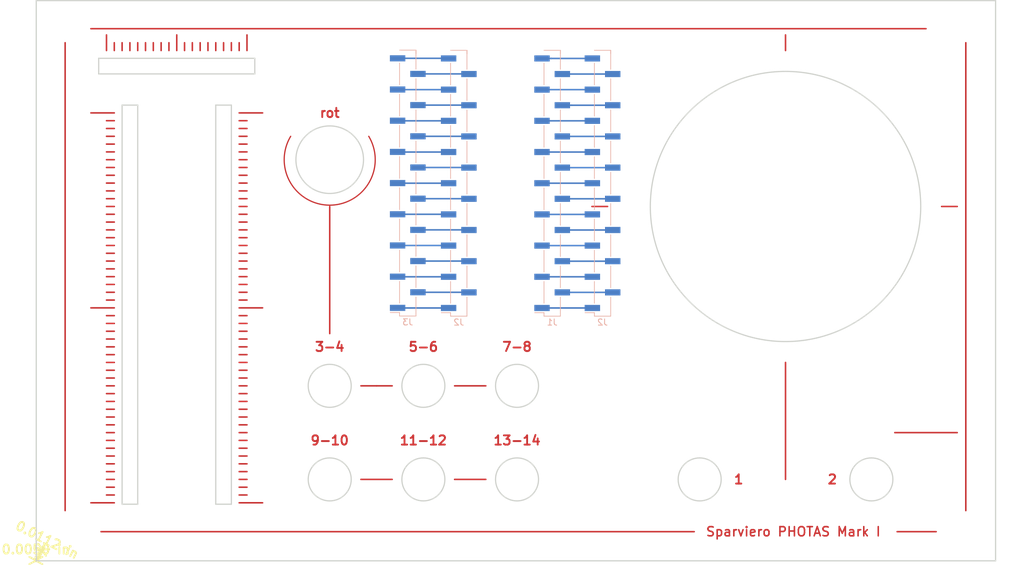
<source format=kicad_pcb>
(kicad_pcb (version 20171130) (host pcbnew 5.0.0-fee4fd1~66~ubuntu18.04.1)

  (general
    (thickness 1.6)
    (drawings 39)
    (tracks 193)
    (zones 0)
    (modules 8)
    (nets 1)
  )

  (page A4)
  (layers
    (0 F.Cu signal)
    (31 B.Cu signal)
    (32 B.Adhes user)
    (34 B.Paste user)
    (35 F.Paste user)
    (36 B.SilkS user)
    (38 B.Mask user)
    (39 F.Mask user)
    (40 Dwgs.User user)
    (41 Cmts.User user)
    (42 Eco1.User user)
    (43 Eco2.User user)
    (44 Edge.Cuts user)
    (45 Margin user)
    (46 B.CrtYd user)
    (47 F.CrtYd user)
    (48 B.Fab user)
    (49 F.Fab user)
  )

  (setup
    (last_trace_width 0.25)
    (trace_clearance 0.2)
    (zone_clearance 0.508)
    (zone_45_only no)
    (trace_min 0.2)
    (segment_width 0.2)
    (edge_width 0.2)
    (via_size 0.8)
    (via_drill 0.4)
    (via_min_size 0.4)
    (via_min_drill 0.3)
    (uvia_size 0.3)
    (uvia_drill 0.1)
    (uvias_allowed no)
    (uvia_min_size 0.2)
    (uvia_min_drill 0.1)
    (pcb_text_width 0.3)
    (pcb_text_size 1.5 1.5)
    (mod_edge_width 0.15)
    (mod_text_size 1 1)
    (mod_text_width 0.15)
    (pad_size 2.2 2.2)
    (pad_drill 2.2)
    (pad_to_mask_clearance 0.2)
    (aux_axis_origin 1.27 210.82)
    (visible_elements FFFFFF7F)
    (pcbplotparams
      (layerselection 0x010dc_ffffffff)
      (usegerberextensions false)
      (usegerberattributes false)
      (usegerberadvancedattributes false)
      (creategerberjobfile false)
      (excludeedgelayer false)
      (linewidth 0.100000)
      (plotframeref false)
      (viasonmask false)
      (mode 1)
      (useauxorigin false)
      (hpglpennumber 1)
      (hpglpenspeed 20)
      (hpglpendiameter 15.000000)
      (psnegative false)
      (psa4output false)
      (plotreference false)
      (plotvalue false)
      (plotinvisibletext false)
      (padsonsilk false)
      (subtractmaskfromsilk false)
      (outputformat 1)
      (mirror false)
      (drillshape 0)
      (scaleselection 1)
      (outputdirectory "gerber/"))
  )

  (net 0 "")

  (net_class Default "This is the default net class."
    (clearance 0.2)
    (trace_width 0.25)
    (via_dia 0.8)
    (via_drill 0.4)
    (uvia_dia 0.3)
    (uvia_drill 0.1)
  )

  (module Connector_PinHeader_2.54mm:PinHeader_1x17_P2.54mm_Vertical_SMD_Pin1Left (layer B.Cu) (tedit 5BA5531F) (tstamp 5BA624EA)
    (at 181.045 94)
    (descr "surface-mounted straight pin header, 1x17, 2.54mm pitch, single row, style 1 (pin 1 left)")
    (tags "Surface mounted pin header SMD 1x17 2.54mm single row style1 pin1 left")
    (attr smd)
    (fp_text reference J2 (at 0 22.65) (layer B.SilkS)
      (effects (font (size 1 1) (thickness 0.15)) (justify mirror))
    )
    (fp_text value PinHeader_1x17_P2.54mm_Vertical_SMD_Pin1Left (at 0 -22.65) (layer B.Fab)
      (effects (font (size 1 1) (thickness 0.15)) (justify mirror))
    )
    (fp_line (start 1.27 -21.59) (end -1.27 -21.59) (layer B.Fab) (width 0.1))
    (fp_line (start -0.32 21.59) (end 1.27 21.59) (layer B.Fab) (width 0.1))
    (fp_line (start -1.27 -21.59) (end -1.27 20.64) (layer B.Fab) (width 0.1))
    (fp_line (start -1.27 20.64) (end -0.32 21.59) (layer B.Fab) (width 0.1))
    (fp_line (start 1.27 21.59) (end 1.27 -21.59) (layer B.Fab) (width 0.1))
    (fp_line (start -1.27 20.64) (end -2.54 20.64) (layer B.Fab) (width 0.1))
    (fp_line (start -2.54 20.64) (end -2.54 20) (layer B.Fab) (width 0.1))
    (fp_line (start -2.54 20) (end -1.27 20) (layer B.Fab) (width 0.1))
    (fp_line (start -1.27 15.56) (end -2.54 15.56) (layer B.Fab) (width 0.1))
    (fp_line (start -2.54 15.56) (end -2.54 14.92) (layer B.Fab) (width 0.1))
    (fp_line (start -2.54 14.92) (end -1.27 14.92) (layer B.Fab) (width 0.1))
    (fp_line (start -1.27 10.48) (end -2.54 10.48) (layer B.Fab) (width 0.1))
    (fp_line (start -2.54 10.48) (end -2.54 9.84) (layer B.Fab) (width 0.1))
    (fp_line (start -2.54 9.84) (end -1.27 9.84) (layer B.Fab) (width 0.1))
    (fp_line (start -1.27 5.4) (end -2.54 5.4) (layer B.Fab) (width 0.1))
    (fp_line (start -2.54 5.4) (end -2.54 4.76) (layer B.Fab) (width 0.1))
    (fp_line (start -2.54 4.76) (end -1.27 4.76) (layer B.Fab) (width 0.1))
    (fp_line (start -1.27 0.32) (end -2.54 0.32) (layer B.Fab) (width 0.1))
    (fp_line (start -2.54 0.32) (end -2.54 -0.32) (layer B.Fab) (width 0.1))
    (fp_line (start -2.54 -0.32) (end -1.27 -0.32) (layer B.Fab) (width 0.1))
    (fp_line (start -1.27 -4.76) (end -2.54 -4.76) (layer B.Fab) (width 0.1))
    (fp_line (start -2.54 -4.76) (end -2.54 -5.4) (layer B.Fab) (width 0.1))
    (fp_line (start -2.54 -5.4) (end -1.27 -5.4) (layer B.Fab) (width 0.1))
    (fp_line (start -1.27 -9.84) (end -2.54 -9.84) (layer B.Fab) (width 0.1))
    (fp_line (start -2.54 -9.84) (end -2.54 -10.48) (layer B.Fab) (width 0.1))
    (fp_line (start -2.54 -10.48) (end -1.27 -10.48) (layer B.Fab) (width 0.1))
    (fp_line (start -1.27 -14.92) (end -2.54 -14.92) (layer B.Fab) (width 0.1))
    (fp_line (start -2.54 -14.92) (end -2.54 -15.56) (layer B.Fab) (width 0.1))
    (fp_line (start -2.54 -15.56) (end -1.27 -15.56) (layer B.Fab) (width 0.1))
    (fp_line (start -1.27 -20) (end -2.54 -20) (layer B.Fab) (width 0.1))
    (fp_line (start -2.54 -20) (end -2.54 -20.64) (layer B.Fab) (width 0.1))
    (fp_line (start -2.54 -20.64) (end -1.27 -20.64) (layer B.Fab) (width 0.1))
    (fp_line (start 1.27 18.1) (end 2.54 18.1) (layer B.Fab) (width 0.1))
    (fp_line (start 2.54 18.1) (end 2.54 17.46) (layer B.Fab) (width 0.1))
    (fp_line (start 2.54 17.46) (end 1.27 17.46) (layer B.Fab) (width 0.1))
    (fp_line (start 1.27 13.02) (end 2.54 13.02) (layer B.Fab) (width 0.1))
    (fp_line (start 2.54 13.02) (end 2.54 12.38) (layer B.Fab) (width 0.1))
    (fp_line (start 2.54 12.38) (end 1.27 12.38) (layer B.Fab) (width 0.1))
    (fp_line (start 1.27 7.94) (end 2.54 7.94) (layer B.Fab) (width 0.1))
    (fp_line (start 2.54 7.94) (end 2.54 7.3) (layer B.Fab) (width 0.1))
    (fp_line (start 2.54 7.3) (end 1.27 7.3) (layer B.Fab) (width 0.1))
    (fp_line (start 1.27 2.86) (end 2.54 2.86) (layer B.Fab) (width 0.1))
    (fp_line (start 2.54 2.86) (end 2.54 2.22) (layer B.Fab) (width 0.1))
    (fp_line (start 2.54 2.22) (end 1.27 2.22) (layer B.Fab) (width 0.1))
    (fp_line (start 1.27 -2.22) (end 2.54 -2.22) (layer B.Fab) (width 0.1))
    (fp_line (start 2.54 -2.22) (end 2.54 -2.86) (layer B.Fab) (width 0.1))
    (fp_line (start 2.54 -2.86) (end 1.27 -2.86) (layer B.Fab) (width 0.1))
    (fp_line (start 1.27 -7.3) (end 2.54 -7.3) (layer B.Fab) (width 0.1))
    (fp_line (start 2.54 -7.3) (end 2.54 -7.94) (layer B.Fab) (width 0.1))
    (fp_line (start 2.54 -7.94) (end 1.27 -7.94) (layer B.Fab) (width 0.1))
    (fp_line (start 1.27 -12.38) (end 2.54 -12.38) (layer B.Fab) (width 0.1))
    (fp_line (start 2.54 -12.38) (end 2.54 -13.02) (layer B.Fab) (width 0.1))
    (fp_line (start 2.54 -13.02) (end 1.27 -13.02) (layer B.Fab) (width 0.1))
    (fp_line (start 1.27 -17.46) (end 2.54 -17.46) (layer B.Fab) (width 0.1))
    (fp_line (start 2.54 -17.46) (end 2.54 -18.1) (layer B.Fab) (width 0.1))
    (fp_line (start 2.54 -18.1) (end 1.27 -18.1) (layer B.Fab) (width 0.1))
    (fp_line (start -1.33 21.65) (end 1.33 21.65) (layer B.SilkS) (width 0.12))
    (fp_line (start -1.33 -21.65) (end 1.33 -21.65) (layer B.SilkS) (width 0.12))
    (fp_line (start 1.33 21.65) (end 1.33 18.54) (layer B.SilkS) (width 0.12))
    (fp_line (start -1.33 21.08) (end -2.85 21.08) (layer B.SilkS) (width 0.12))
    (fp_line (start -1.33 21.65) (end -1.33 21.08) (layer B.SilkS) (width 0.12))
    (fp_line (start 1.33 -21.08) (end 1.33 -21.65) (layer B.SilkS) (width 0.12))
    (fp_line (start 1.33 17.02) (end 1.33 13.46) (layer B.SilkS) (width 0.12))
    (fp_line (start 1.33 11.94) (end 1.33 8.38) (layer B.SilkS) (width 0.12))
    (fp_line (start 1.33 6.86) (end 1.33 3.3) (layer B.SilkS) (width 0.12))
    (fp_line (start 1.33 1.78) (end 1.33 -1.78) (layer B.SilkS) (width 0.12))
    (fp_line (start 1.33 -3.3) (end 1.33 -6.86) (layer B.SilkS) (width 0.12))
    (fp_line (start 1.33 -8.38) (end 1.33 -11.94) (layer B.SilkS) (width 0.12))
    (fp_line (start 1.33 -13.46) (end 1.33 -17.02) (layer B.SilkS) (width 0.12))
    (fp_line (start 1.33 -18.54) (end 1.33 -21.65) (layer B.SilkS) (width 0.12))
    (fp_line (start -1.33 19.56) (end -1.33 16) (layer B.SilkS) (width 0.12))
    (fp_line (start -1.33 14.48) (end -1.33 10.92) (layer B.SilkS) (width 0.12))
    (fp_line (start -1.33 9.4) (end -1.33 5.84) (layer B.SilkS) (width 0.12))
    (fp_line (start -1.33 4.32) (end -1.33 0.76) (layer B.SilkS) (width 0.12))
    (fp_line (start -1.33 -0.76) (end -1.33 -4.32) (layer B.SilkS) (width 0.12))
    (fp_line (start -1.33 -5.84) (end -1.33 -9.4) (layer B.SilkS) (width 0.12))
    (fp_line (start -1.33 -10.92) (end -1.33 -14.48) (layer B.SilkS) (width 0.12))
    (fp_line (start -1.33 -16) (end -1.33 -19.56) (layer B.SilkS) (width 0.12))
    (fp_line (start -3.45 22.1) (end -3.45 -22.1) (layer B.CrtYd) (width 0.05))
    (fp_line (start -3.45 -22.1) (end 3.45 -22.1) (layer B.CrtYd) (width 0.05))
    (fp_line (start 3.45 -22.1) (end 3.45 22.1) (layer B.CrtYd) (width 0.05))
    (fp_line (start 3.45 22.1) (end -3.45 22.1) (layer B.CrtYd) (width 0.05))
    (fp_text user %R (at 0 0 -90) (layer B.Fab)
      (effects (font (size 1 1) (thickness 0.15)) (justify mirror))
    )
    (pad 1 smd rect (at -1.655 20.32) (size 2.51 1) (layers B.Cu B.Paste B.Mask))
    (pad 3 smd rect (at -1.655 15.24) (size 2.51 1) (layers B.Cu B.Paste B.Mask))
    (pad 5 smd rect (at -1.655 10.16) (size 2.51 1) (layers B.Cu B.Paste B.Mask))
    (pad 7 smd rect (at -1.655 5.08) (size 2.51 1) (layers B.Cu B.Paste B.Mask))
    (pad 9 smd rect (at -1.655 0) (size 2.51 1) (layers B.Cu B.Paste B.Mask))
    (pad 11 smd rect (at -1.655 -5.08) (size 2.51 1) (layers B.Cu B.Paste B.Mask))
    (pad 13 smd rect (at -1.655 -10.16) (size 2.51 1) (layers B.Cu B.Paste B.Mask))
    (pad 15 smd rect (at -1.655 -15.24) (size 2.51 1) (layers B.Cu B.Paste B.Mask))
    (pad 17 smd rect (at -1.655 -20.32) (size 2.51 1) (layers B.Cu B.Paste B.Mask))
    (pad 2 smd rect (at 1.655 17.78) (size 2.51 1) (layers B.Cu B.Paste B.Mask))
    (pad 4 smd rect (at 1.655 12.7) (size 2.51 1) (layers B.Cu B.Paste B.Mask))
    (pad 6 smd rect (at 1.655 7.62) (size 2.51 1) (layers B.Cu B.Paste B.Mask))
    (pad 8 smd rect (at 1.655 2.54) (size 2.51 1) (layers B.Cu B.Paste B.Mask))
    (pad 10 smd rect (at 1.655 -2.54) (size 2.51 1) (layers B.Cu B.Paste B.Mask))
    (pad 12 smd rect (at 1.655 -7.62) (size 2.51 1) (layers B.Cu B.Paste B.Mask))
    (pad 14 smd rect (at 1.655 -12.7) (size 2.51 1) (layers B.Cu B.Paste B.Mask))
    (pad 16 smd rect (at 1.655 -17.78) (size 2.51 1) (layers B.Cu B.Paste B.Mask))
    (model ${KISYS3DMOD}/Connector_PinHeader_2.54mm.3dshapes/PinHeader_1x17_P2.54mm_Vertical_SMD_Pin1Left.wrl
      (at (xyz 0 0 0))
      (scale (xyz 1 1 1))
      (rotate (xyz 0 0 0))
    )
  )

  (module Connector_PinHeader_2.54mm:PinHeader_1x17_P2.54mm_Vertical_SMD_Pin1Left (layer B.Cu) (tedit 5BA55474) (tstamp 5BA624EA)
    (at 149.352 93.98)
    (descr "surface-mounted straight pin header, 1x17, 2.54mm pitch, single row, style 1 (pin 1 left)")
    (tags "Surface mounted pin header SMD 1x17 2.54mm single row style1 pin1 left")
    (attr smd)
    (fp_text reference J3 (at 0 22.65) (layer B.SilkS)
      (effects (font (size 1 1) (thickness 0.15)) (justify mirror))
    )
    (fp_text value PinHeader_1x17_P2.54mm_Vertical_SMD_Pin1Left (at 0 -22.65) (layer B.Fab)
      (effects (font (size 1 1) (thickness 0.15)) (justify mirror))
    )
    (fp_line (start 1.27 -21.59) (end -1.27 -21.59) (layer B.Fab) (width 0.1))
    (fp_line (start -0.32 21.59) (end 1.27 21.59) (layer B.Fab) (width 0.1))
    (fp_line (start -1.27 -21.59) (end -1.27 20.64) (layer B.Fab) (width 0.1))
    (fp_line (start -1.27 20.64) (end -0.32 21.59) (layer B.Fab) (width 0.1))
    (fp_line (start 1.27 21.59) (end 1.27 -21.59) (layer B.Fab) (width 0.1))
    (fp_line (start -1.27 20.64) (end -2.54 20.64) (layer B.Fab) (width 0.1))
    (fp_line (start -2.54 20.64) (end -2.54 20) (layer B.Fab) (width 0.1))
    (fp_line (start -2.54 20) (end -1.27 20) (layer B.Fab) (width 0.1))
    (fp_line (start -1.27 15.56) (end -2.54 15.56) (layer B.Fab) (width 0.1))
    (fp_line (start -2.54 15.56) (end -2.54 14.92) (layer B.Fab) (width 0.1))
    (fp_line (start -2.54 14.92) (end -1.27 14.92) (layer B.Fab) (width 0.1))
    (fp_line (start -1.27 10.48) (end -2.54 10.48) (layer B.Fab) (width 0.1))
    (fp_line (start -2.54 10.48) (end -2.54 9.84) (layer B.Fab) (width 0.1))
    (fp_line (start -2.54 9.84) (end -1.27 9.84) (layer B.Fab) (width 0.1))
    (fp_line (start -1.27 5.4) (end -2.54 5.4) (layer B.Fab) (width 0.1))
    (fp_line (start -2.54 5.4) (end -2.54 4.76) (layer B.Fab) (width 0.1))
    (fp_line (start -2.54 4.76) (end -1.27 4.76) (layer B.Fab) (width 0.1))
    (fp_line (start -1.27 0.32) (end -2.54 0.32) (layer B.Fab) (width 0.1))
    (fp_line (start -2.54 0.32) (end -2.54 -0.32) (layer B.Fab) (width 0.1))
    (fp_line (start -2.54 -0.32) (end -1.27 -0.32) (layer B.Fab) (width 0.1))
    (fp_line (start -1.27 -4.76) (end -2.54 -4.76) (layer B.Fab) (width 0.1))
    (fp_line (start -2.54 -4.76) (end -2.54 -5.4) (layer B.Fab) (width 0.1))
    (fp_line (start -2.54 -5.4) (end -1.27 -5.4) (layer B.Fab) (width 0.1))
    (fp_line (start -1.27 -9.84) (end -2.54 -9.84) (layer B.Fab) (width 0.1))
    (fp_line (start -2.54 -9.84) (end -2.54 -10.48) (layer B.Fab) (width 0.1))
    (fp_line (start -2.54 -10.48) (end -1.27 -10.48) (layer B.Fab) (width 0.1))
    (fp_line (start -1.27 -14.92) (end -2.54 -14.92) (layer B.Fab) (width 0.1))
    (fp_line (start -2.54 -14.92) (end -2.54 -15.56) (layer B.Fab) (width 0.1))
    (fp_line (start -2.54 -15.56) (end -1.27 -15.56) (layer B.Fab) (width 0.1))
    (fp_line (start -1.27 -20) (end -2.54 -20) (layer B.Fab) (width 0.1))
    (fp_line (start -2.54 -20) (end -2.54 -20.64) (layer B.Fab) (width 0.1))
    (fp_line (start -2.54 -20.64) (end -1.27 -20.64) (layer B.Fab) (width 0.1))
    (fp_line (start 1.27 18.1) (end 2.54 18.1) (layer B.Fab) (width 0.1))
    (fp_line (start 2.54 18.1) (end 2.54 17.46) (layer B.Fab) (width 0.1))
    (fp_line (start 2.54 17.46) (end 1.27 17.46) (layer B.Fab) (width 0.1))
    (fp_line (start 1.27 13.02) (end 2.54 13.02) (layer B.Fab) (width 0.1))
    (fp_line (start 2.54 13.02) (end 2.54 12.38) (layer B.Fab) (width 0.1))
    (fp_line (start 2.54 12.38) (end 1.27 12.38) (layer B.Fab) (width 0.1))
    (fp_line (start 1.27 7.94) (end 2.54 7.94) (layer B.Fab) (width 0.1))
    (fp_line (start 2.54 7.94) (end 2.54 7.3) (layer B.Fab) (width 0.1))
    (fp_line (start 2.54 7.3) (end 1.27 7.3) (layer B.Fab) (width 0.1))
    (fp_line (start 1.27 2.86) (end 2.54 2.86) (layer B.Fab) (width 0.1))
    (fp_line (start 2.54 2.86) (end 2.54 2.22) (layer B.Fab) (width 0.1))
    (fp_line (start 2.54 2.22) (end 1.27 2.22) (layer B.Fab) (width 0.1))
    (fp_line (start 1.27 -2.22) (end 2.54 -2.22) (layer B.Fab) (width 0.1))
    (fp_line (start 2.54 -2.22) (end 2.54 -2.86) (layer B.Fab) (width 0.1))
    (fp_line (start 2.54 -2.86) (end 1.27 -2.86) (layer B.Fab) (width 0.1))
    (fp_line (start 1.27 -7.3) (end 2.54 -7.3) (layer B.Fab) (width 0.1))
    (fp_line (start 2.54 -7.3) (end 2.54 -7.94) (layer B.Fab) (width 0.1))
    (fp_line (start 2.54 -7.94) (end 1.27 -7.94) (layer B.Fab) (width 0.1))
    (fp_line (start 1.27 -12.38) (end 2.54 -12.38) (layer B.Fab) (width 0.1))
    (fp_line (start 2.54 -12.38) (end 2.54 -13.02) (layer B.Fab) (width 0.1))
    (fp_line (start 2.54 -13.02) (end 1.27 -13.02) (layer B.Fab) (width 0.1))
    (fp_line (start 1.27 -17.46) (end 2.54 -17.46) (layer B.Fab) (width 0.1))
    (fp_line (start 2.54 -17.46) (end 2.54 -18.1) (layer B.Fab) (width 0.1))
    (fp_line (start 2.54 -18.1) (end 1.27 -18.1) (layer B.Fab) (width 0.1))
    (fp_line (start -1.33 21.65) (end 1.33 21.65) (layer B.SilkS) (width 0.12))
    (fp_line (start -1.33 -21.65) (end 1.33 -21.65) (layer B.SilkS) (width 0.12))
    (fp_line (start 1.33 21.65) (end 1.33 18.54) (layer B.SilkS) (width 0.12))
    (fp_line (start -1.33 21.08) (end -2.85 21.08) (layer B.SilkS) (width 0.12))
    (fp_line (start -1.33 21.65) (end -1.33 21.08) (layer B.SilkS) (width 0.12))
    (fp_line (start 1.33 -21.08) (end 1.33 -21.65) (layer B.SilkS) (width 0.12))
    (fp_line (start 1.33 17.02) (end 1.33 13.46) (layer B.SilkS) (width 0.12))
    (fp_line (start 1.33 11.94) (end 1.33 8.38) (layer B.SilkS) (width 0.12))
    (fp_line (start 1.33 6.86) (end 1.33 3.3) (layer B.SilkS) (width 0.12))
    (fp_line (start 1.33 1.78) (end 1.33 -1.78) (layer B.SilkS) (width 0.12))
    (fp_line (start 1.33 -3.3) (end 1.33 -6.86) (layer B.SilkS) (width 0.12))
    (fp_line (start 1.33 -8.38) (end 1.33 -11.94) (layer B.SilkS) (width 0.12))
    (fp_line (start 1.33 -13.46) (end 1.33 -17.02) (layer B.SilkS) (width 0.12))
    (fp_line (start 1.33 -18.54) (end 1.33 -21.65) (layer B.SilkS) (width 0.12))
    (fp_line (start -1.33 19.56) (end -1.33 16) (layer B.SilkS) (width 0.12))
    (fp_line (start -1.33 14.48) (end -1.33 10.92) (layer B.SilkS) (width 0.12))
    (fp_line (start -1.33 9.4) (end -1.33 5.84) (layer B.SilkS) (width 0.12))
    (fp_line (start -1.33 4.32) (end -1.33 0.76) (layer B.SilkS) (width 0.12))
    (fp_line (start -1.33 -0.76) (end -1.33 -4.32) (layer B.SilkS) (width 0.12))
    (fp_line (start -1.33 -5.84) (end -1.33 -9.4) (layer B.SilkS) (width 0.12))
    (fp_line (start -1.33 -10.92) (end -1.33 -14.48) (layer B.SilkS) (width 0.12))
    (fp_line (start -1.33 -16) (end -1.33 -19.56) (layer B.SilkS) (width 0.12))
    (fp_line (start -3.45 22.1) (end -3.45 -22.1) (layer B.CrtYd) (width 0.05))
    (fp_line (start -3.45 -22.1) (end 3.45 -22.1) (layer B.CrtYd) (width 0.05))
    (fp_line (start 3.45 -22.1) (end 3.45 22.1) (layer B.CrtYd) (width 0.05))
    (fp_line (start 3.45 22.1) (end -3.45 22.1) (layer B.CrtYd) (width 0.05))
    (fp_text user %R (at 0 0 -90) (layer B.Fab)
      (effects (font (size 1 1) (thickness 0.15)) (justify mirror))
    )
    (pad 1 smd rect (at -1.655 20.32) (size 2.51 1) (layers B.Cu B.Paste B.Mask))
    (pad 3 smd rect (at -1.655 15.24) (size 2.51 1) (layers B.Cu B.Paste B.Mask))
    (pad 5 smd rect (at -1.655 10.16) (size 2.51 1) (layers B.Cu B.Paste B.Mask))
    (pad 7 smd rect (at -1.655 5.08) (size 2.51 1) (layers B.Cu B.Paste B.Mask))
    (pad 9 smd rect (at -1.655 0) (size 2.51 1) (layers B.Cu B.Paste B.Mask))
    (pad 11 smd rect (at -1.655 -5.08) (size 2.51 1) (layers B.Cu B.Paste B.Mask))
    (pad 13 smd rect (at -1.655 -10.16) (size 2.51 1) (layers B.Cu B.Paste B.Mask))
    (pad 15 smd rect (at -1.655 -15.24) (size 2.51 1) (layers B.Cu B.Paste B.Mask))
    (pad 17 smd rect (at -1.655 -20.32) (size 2.51 1) (layers B.Cu B.Paste B.Mask))
    (pad 2 smd rect (at 1.655 17.78) (size 2.51 1) (layers B.Cu B.Paste B.Mask))
    (pad 4 smd rect (at 1.655 12.7) (size 2.51 1) (layers B.Cu B.Paste B.Mask))
    (pad 6 smd rect (at 1.655 7.62) (size 2.51 1) (layers B.Cu B.Paste B.Mask))
    (pad 8 smd rect (at 1.655 2.54) (size 2.51 1) (layers B.Cu B.Paste B.Mask))
    (pad 10 smd rect (at 1.655 -2.54) (size 2.51 1) (layers B.Cu B.Paste B.Mask))
    (pad 12 smd rect (at 1.655 -7.62) (size 2.51 1) (layers B.Cu B.Paste B.Mask))
    (pad 14 smd rect (at 1.655 -12.7) (size 2.51 1) (layers B.Cu B.Paste B.Mask))
    (pad 16 smd rect (at 1.655 -17.78) (size 2.51 1) (layers B.Cu B.Paste B.Mask))
    (model ${KISYS3DMOD}/Connector_PinHeader_2.54mm.3dshapes/PinHeader_1x17_P2.54mm_Vertical_SMD_Pin1Left.wrl
      (at (xyz 0 0 0))
      (scale (xyz 1 1 1))
      (rotate (xyz 0 0 0))
    )
  )

  (module MountingHole:MountingHole_2.2mm_M2 (layer F.Cu) (tedit 5B9D2AE8) (tstamp 5BBCE0C4)
    (at 93.599 68.834)
    (descr "Mounting Hole 2.2mm, no annular, M2")
    (tags "mounting hole 2.2mm no annular m2")
    (attr virtual)
    (fp_text reference SCREW_TL (at 0 -3.2) (layer F.Cu) hide
      (effects (font (size 1 1) (thickness 0.15)))
    )
    (fp_text value MountingHole_2.2mm_M2 (at 0 3.2) (layer F.Fab)
      (effects (font (size 1 1) (thickness 0.15)))
    )
    (fp_circle (center 0 0) (end 2.45 0) (layer F.CrtYd) (width 0.05))
    (fp_circle (center 0 0) (end 2.2 0) (layer Cmts.User) (width 0.15))
    (fp_text user %R (at 0.3 0) (layer F.Fab)
      (effects (font (size 1 1) (thickness 0.15)))
    )
    (pad 1 np_thru_hole circle (at 0 0) (size 2.2 2.2) (drill 2.2) (layers *.Cu *.Mask))
  )

  (module MountingHole:MountingHole_2.2mm_M2 (layer F.Cu) (tedit 5B9D2AD8) (tstamp 5BBCE17A)
    (at 93.599 150.749)
    (descr "Mounting Hole 2.2mm, no annular, M2")
    (tags "mounting hole 2.2mm no annular m2")
    (attr virtual)
    (fp_text reference SCREW_BL (at 0 -3.2) (layer F.Cu) hide
      (effects (font (size 1 1) (thickness 0.15)))
    )
    (fp_text value MountingHole_2.2mm_M2 (at 0 3.2) (layer F.Fab)
      (effects (font (size 1 1) (thickness 0.15)))
    )
    (fp_circle (center 0 0) (end 2.45 0) (layer F.CrtYd) (width 0.05))
    (fp_circle (center 0 0) (end 2.2 0) (layer Cmts.User) (width 0.15))
    (fp_text user %R (at 0.3 0) (layer F.Fab)
      (effects (font (size 1 1) (thickness 0.15)))
    )
    (pad 1 np_thru_hole circle (at 0 0) (size 2.2 2.2) (drill 2.2) (layers *.Cu *.Mask))
  )

  (module MountingHole:MountingHole_2.2mm_M2 (layer F.Cu) (tedit 5B9D2AC7) (tstamp 5BBCE23F)
    (at 240.157 150.749)
    (descr "Mounting Hole 2.2mm, no annular, M2")
    (tags "mounting hole 2.2mm no annular m2")
    (attr virtual)
    (fp_text reference Screw_BR (at 0 -3.2) (layer F.Cu) hide
      (effects (font (size 1 1) (thickness 0.15)))
    )
    (fp_text value MountingHole_2.2mm_M2 (at 0 3.2) (layer F.Fab)
      (effects (font (size 1 1) (thickness 0.15)))
    )
    (fp_circle (center 0 0) (end 2.45 0) (layer F.CrtYd) (width 0.05))
    (fp_circle (center 0 0) (end 2.2 0) (layer Cmts.User) (width 0.15))
    (fp_text user %R (at 0.3 0) (layer F.Fab)
      (effects (font (size 1 1) (thickness 0.15)))
    )
    (pad "" np_thru_hole circle (at 0 0) (size 2.2 2.2) (drill 2.2) (layers *.Cu *.Mask))
  )

  (module MountingHole:MountingHole_2.2mm_M2 (layer F.Cu) (tedit 5B9D2AB8) (tstamp 5BA54D6E)
    (at 240.157 68.834)
    (descr "Mounting Hole 2.2mm, no annular, M2")
    (tags "mounting hole 2.2mm no annular m2")
    (attr virtual)
    (fp_text reference Screw_TR (at 0 -3.2) (layer F.Cu) hide
      (effects (font (size 1 1) (thickness 0.15)))
    )
    (fp_text value MountingHole_2.2mm_M2 (at 0 3.2) (layer F.Fab)
      (effects (font (size 1 1) (thickness 0.15)))
    )
    (fp_circle (center 0 0) (end 2.45 0) (layer F.CrtYd) (width 0.05))
    (fp_circle (center 0 0) (end 2.2 0) (layer Cmts.User) (width 0.15))
    (fp_text user %R (at 0.3 0) (layer F.Fab)
      (effects (font (size 1 1) (thickness 0.15)))
    )
    (pad 1 np_thru_hole circle (at 0 0) (size 2.2 2.2) (drill 2.2) (layers *.Cu *.Mask))
  )

  (module Connector_PinHeader_2.54mm:PinHeader_1x17_P2.54mm_Vertical_SMD_Pin1Left (layer B.Cu) (tedit 5BA55270) (tstamp 5BA616A2)
    (at 172.85 94)
    (descr "surface-mounted straight pin header, 1x17, 2.54mm pitch, single row, style 1 (pin 1 left)")
    (tags "Surface mounted pin header SMD 1x17 2.54mm single row style1 pin1 left")
    (attr smd)
    (fp_text reference J1 (at 0 22.65) (layer B.SilkS)
      (effects (font (size 1 1) (thickness 0.15)) (justify mirror))
    )
    (fp_text value PinHeader_1x17_P2.54mm_Vertical_SMD_Pin1Left (at 0 -22.65) (layer B.Fab)
      (effects (font (size 1 1) (thickness 0.15)) (justify mirror))
    )
    (fp_text user %R (at 0 0 -90) (layer B.Fab)
      (effects (font (size 1 1) (thickness 0.15)) (justify mirror))
    )
    (fp_line (start 3.45 22.1) (end -3.45 22.1) (layer B.CrtYd) (width 0.05))
    (fp_line (start 3.45 -22.1) (end 3.45 22.1) (layer B.CrtYd) (width 0.05))
    (fp_line (start -3.45 -22.1) (end 3.45 -22.1) (layer B.CrtYd) (width 0.05))
    (fp_line (start -3.45 22.1) (end -3.45 -22.1) (layer B.CrtYd) (width 0.05))
    (fp_line (start -1.33 -16) (end -1.33 -19.56) (layer B.SilkS) (width 0.12))
    (fp_line (start -1.33 -10.92) (end -1.33 -14.48) (layer B.SilkS) (width 0.12))
    (fp_line (start -1.33 -5.84) (end -1.33 -9.4) (layer B.SilkS) (width 0.12))
    (fp_line (start -1.33 -0.76) (end -1.33 -4.32) (layer B.SilkS) (width 0.12))
    (fp_line (start -1.33 4.32) (end -1.33 0.76) (layer B.SilkS) (width 0.12))
    (fp_line (start -1.33 9.4) (end -1.33 5.84) (layer B.SilkS) (width 0.12))
    (fp_line (start -1.33 14.48) (end -1.33 10.92) (layer B.SilkS) (width 0.12))
    (fp_line (start -1.33 19.56) (end -1.33 16) (layer B.SilkS) (width 0.12))
    (fp_line (start 1.33 -18.54) (end 1.33 -21.65) (layer B.SilkS) (width 0.12))
    (fp_line (start 1.33 -13.46) (end 1.33 -17.02) (layer B.SilkS) (width 0.12))
    (fp_line (start 1.33 -8.38) (end 1.33 -11.94) (layer B.SilkS) (width 0.12))
    (fp_line (start 1.33 -3.3) (end 1.33 -6.86) (layer B.SilkS) (width 0.12))
    (fp_line (start 1.33 1.78) (end 1.33 -1.78) (layer B.SilkS) (width 0.12))
    (fp_line (start 1.33 6.86) (end 1.33 3.3) (layer B.SilkS) (width 0.12))
    (fp_line (start 1.33 11.94) (end 1.33 8.38) (layer B.SilkS) (width 0.12))
    (fp_line (start 1.33 17.02) (end 1.33 13.46) (layer B.SilkS) (width 0.12))
    (fp_line (start 1.33 -21.08) (end 1.33 -21.65) (layer B.SilkS) (width 0.12))
    (fp_line (start -1.33 21.65) (end -1.33 21.08) (layer B.SilkS) (width 0.12))
    (fp_line (start -1.33 21.08) (end -2.85 21.08) (layer B.SilkS) (width 0.12))
    (fp_line (start 1.33 21.65) (end 1.33 18.54) (layer B.SilkS) (width 0.12))
    (fp_line (start -1.33 -21.65) (end 1.33 -21.65) (layer B.SilkS) (width 0.12))
    (fp_line (start -1.33 21.65) (end 1.33 21.65) (layer B.SilkS) (width 0.12))
    (fp_line (start 2.54 -18.1) (end 1.27 -18.1) (layer B.Fab) (width 0.1))
    (fp_line (start 2.54 -17.46) (end 2.54 -18.1) (layer B.Fab) (width 0.1))
    (fp_line (start 1.27 -17.46) (end 2.54 -17.46) (layer B.Fab) (width 0.1))
    (fp_line (start 2.54 -13.02) (end 1.27 -13.02) (layer B.Fab) (width 0.1))
    (fp_line (start 2.54 -12.38) (end 2.54 -13.02) (layer B.Fab) (width 0.1))
    (fp_line (start 1.27 -12.38) (end 2.54 -12.38) (layer B.Fab) (width 0.1))
    (fp_line (start 2.54 -7.94) (end 1.27 -7.94) (layer B.Fab) (width 0.1))
    (fp_line (start 2.54 -7.3) (end 2.54 -7.94) (layer B.Fab) (width 0.1))
    (fp_line (start 1.27 -7.3) (end 2.54 -7.3) (layer B.Fab) (width 0.1))
    (fp_line (start 2.54 -2.86) (end 1.27 -2.86) (layer B.Fab) (width 0.1))
    (fp_line (start 2.54 -2.22) (end 2.54 -2.86) (layer B.Fab) (width 0.1))
    (fp_line (start 1.27 -2.22) (end 2.54 -2.22) (layer B.Fab) (width 0.1))
    (fp_line (start 2.54 2.22) (end 1.27 2.22) (layer B.Fab) (width 0.1))
    (fp_line (start 2.54 2.86) (end 2.54 2.22) (layer B.Fab) (width 0.1))
    (fp_line (start 1.27 2.86) (end 2.54 2.86) (layer B.Fab) (width 0.1))
    (fp_line (start 2.54 7.3) (end 1.27 7.3) (layer B.Fab) (width 0.1))
    (fp_line (start 2.54 7.94) (end 2.54 7.3) (layer B.Fab) (width 0.1))
    (fp_line (start 1.27 7.94) (end 2.54 7.94) (layer B.Fab) (width 0.1))
    (fp_line (start 2.54 12.38) (end 1.27 12.38) (layer B.Fab) (width 0.1))
    (fp_line (start 2.54 13.02) (end 2.54 12.38) (layer B.Fab) (width 0.1))
    (fp_line (start 1.27 13.02) (end 2.54 13.02) (layer B.Fab) (width 0.1))
    (fp_line (start 2.54 17.46) (end 1.27 17.46) (layer B.Fab) (width 0.1))
    (fp_line (start 2.54 18.1) (end 2.54 17.46) (layer B.Fab) (width 0.1))
    (fp_line (start 1.27 18.1) (end 2.54 18.1) (layer B.Fab) (width 0.1))
    (fp_line (start -2.54 -20.64) (end -1.27 -20.64) (layer B.Fab) (width 0.1))
    (fp_line (start -2.54 -20) (end -2.54 -20.64) (layer B.Fab) (width 0.1))
    (fp_line (start -1.27 -20) (end -2.54 -20) (layer B.Fab) (width 0.1))
    (fp_line (start -2.54 -15.56) (end -1.27 -15.56) (layer B.Fab) (width 0.1))
    (fp_line (start -2.54 -14.92) (end -2.54 -15.56) (layer B.Fab) (width 0.1))
    (fp_line (start -1.27 -14.92) (end -2.54 -14.92) (layer B.Fab) (width 0.1))
    (fp_line (start -2.54 -10.48) (end -1.27 -10.48) (layer B.Fab) (width 0.1))
    (fp_line (start -2.54 -9.84) (end -2.54 -10.48) (layer B.Fab) (width 0.1))
    (fp_line (start -1.27 -9.84) (end -2.54 -9.84) (layer B.Fab) (width 0.1))
    (fp_line (start -2.54 -5.4) (end -1.27 -5.4) (layer B.Fab) (width 0.1))
    (fp_line (start -2.54 -4.76) (end -2.54 -5.4) (layer B.Fab) (width 0.1))
    (fp_line (start -1.27 -4.76) (end -2.54 -4.76) (layer B.Fab) (width 0.1))
    (fp_line (start -2.54 -0.32) (end -1.27 -0.32) (layer B.Fab) (width 0.1))
    (fp_line (start -2.54 0.32) (end -2.54 -0.32) (layer B.Fab) (width 0.1))
    (fp_line (start -1.27 0.32) (end -2.54 0.32) (layer B.Fab) (width 0.1))
    (fp_line (start -2.54 4.76) (end -1.27 4.76) (layer B.Fab) (width 0.1))
    (fp_line (start -2.54 5.4) (end -2.54 4.76) (layer B.Fab) (width 0.1))
    (fp_line (start -1.27 5.4) (end -2.54 5.4) (layer B.Fab) (width 0.1))
    (fp_line (start -2.54 9.84) (end -1.27 9.84) (layer B.Fab) (width 0.1))
    (fp_line (start -2.54 10.48) (end -2.54 9.84) (layer B.Fab) (width 0.1))
    (fp_line (start -1.27 10.48) (end -2.54 10.48) (layer B.Fab) (width 0.1))
    (fp_line (start -2.54 14.92) (end -1.27 14.92) (layer B.Fab) (width 0.1))
    (fp_line (start -2.54 15.56) (end -2.54 14.92) (layer B.Fab) (width 0.1))
    (fp_line (start -1.27 15.56) (end -2.54 15.56) (layer B.Fab) (width 0.1))
    (fp_line (start -2.54 20) (end -1.27 20) (layer B.Fab) (width 0.1))
    (fp_line (start -2.54 20.64) (end -2.54 20) (layer B.Fab) (width 0.1))
    (fp_line (start -1.27 20.64) (end -2.54 20.64) (layer B.Fab) (width 0.1))
    (fp_line (start 1.27 21.59) (end 1.27 -21.59) (layer B.Fab) (width 0.1))
    (fp_line (start -1.27 20.64) (end -0.32 21.59) (layer B.Fab) (width 0.1))
    (fp_line (start -1.27 -21.59) (end -1.27 20.64) (layer B.Fab) (width 0.1))
    (fp_line (start -0.32 21.59) (end 1.27 21.59) (layer B.Fab) (width 0.1))
    (fp_line (start 1.27 -21.59) (end -1.27 -21.59) (layer B.Fab) (width 0.1))
    (pad 16 smd rect (at 1.655 -17.78) (size 2.51 1) (layers B.Cu B.Paste B.Mask))
    (pad 14 smd rect (at 1.655 -12.7) (size 2.51 1) (layers B.Cu B.Paste B.Mask))
    (pad 12 smd rect (at 1.655 -7.62) (size 2.51 1) (layers B.Cu B.Paste B.Mask))
    (pad 10 smd rect (at 1.655 -2.54) (size 2.51 1) (layers B.Cu B.Paste B.Mask))
    (pad 8 smd rect (at 1.655 2.54) (size 2.51 1) (layers B.Cu B.Paste B.Mask))
    (pad 6 smd rect (at 1.655 7.62) (size 2.51 1) (layers B.Cu B.Paste B.Mask))
    (pad 4 smd rect (at 1.655 12.7) (size 2.51 1) (layers B.Cu B.Paste B.Mask))
    (pad 2 smd rect (at 1.655 17.78) (size 2.51 1) (layers B.Cu B.Paste B.Mask))
    (pad 17 smd rect (at -1.655 -20.32) (size 2.51 1) (layers B.Cu B.Paste B.Mask))
    (pad 15 smd rect (at -1.655 -15.24) (size 2.51 1) (layers B.Cu B.Paste B.Mask))
    (pad 13 smd rect (at -1.655 -10.16) (size 2.51 1) (layers B.Cu B.Paste B.Mask))
    (pad 11 smd rect (at -1.655 -5.08) (size 2.51 1) (layers B.Cu B.Paste B.Mask))
    (pad 9 smd rect (at -1.655 0) (size 2.51 1) (layers B.Cu B.Paste B.Mask))
    (pad 7 smd rect (at -1.655 5.08) (size 2.51 1) (layers B.Cu B.Paste B.Mask))
    (pad 5 smd rect (at -1.655 10.16) (size 2.51 1) (layers B.Cu B.Paste B.Mask))
    (pad 3 smd rect (at -1.655 15.24) (size 2.51 1) (layers B.Cu B.Paste B.Mask))
    (pad 1 smd rect (at -1.655 20.32) (size 2.51 1) (layers B.Cu B.Paste B.Mask))
    (model ${KISYS3DMOD}/Connector_PinHeader_2.54mm.3dshapes/PinHeader_1x17_P2.54mm_Vertical_SMD_Pin1Left.wrl
      (at (xyz 0 0 0))
      (scale (xyz 1 1 1))
      (rotate (xyz 0 0 0))
    )
  )

  (module Connector_PinHeader_2.54mm:PinHeader_1x17_P2.54mm_Vertical_SMD_Pin1Left (layer B.Cu) (tedit 5BA5531F) (tstamp 5BA61FF5)
    (at 157.65 94)
    (descr "surface-mounted straight pin header, 1x17, 2.54mm pitch, single row, style 1 (pin 1 left)")
    (tags "Surface mounted pin header SMD 1x17 2.54mm single row style1 pin1 left")
    (attr smd)
    (fp_text reference J2 (at 0 22.65) (layer B.SilkS)
      (effects (font (size 1 1) (thickness 0.15)) (justify mirror))
    )
    (fp_text value PinHeader_1x17_P2.54mm_Vertical_SMD_Pin1Left (at 0 -22.65) (layer B.Fab)
      (effects (font (size 1 1) (thickness 0.15)) (justify mirror))
    )
    (fp_text user %R (at 0 0 -90) (layer B.Fab)
      (effects (font (size 1 1) (thickness 0.15)) (justify mirror))
    )
    (fp_line (start 3.45 22.1) (end -3.45 22.1) (layer B.CrtYd) (width 0.05))
    (fp_line (start 3.45 -22.1) (end 3.45 22.1) (layer B.CrtYd) (width 0.05))
    (fp_line (start -3.45 -22.1) (end 3.45 -22.1) (layer B.CrtYd) (width 0.05))
    (fp_line (start -3.45 22.1) (end -3.45 -22.1) (layer B.CrtYd) (width 0.05))
    (fp_line (start -1.33 -16) (end -1.33 -19.56) (layer B.SilkS) (width 0.12))
    (fp_line (start -1.33 -10.92) (end -1.33 -14.48) (layer B.SilkS) (width 0.12))
    (fp_line (start -1.33 -5.84) (end -1.33 -9.4) (layer B.SilkS) (width 0.12))
    (fp_line (start -1.33 -0.76) (end -1.33 -4.32) (layer B.SilkS) (width 0.12))
    (fp_line (start -1.33 4.32) (end -1.33 0.76) (layer B.SilkS) (width 0.12))
    (fp_line (start -1.33 9.4) (end -1.33 5.84) (layer B.SilkS) (width 0.12))
    (fp_line (start -1.33 14.48) (end -1.33 10.92) (layer B.SilkS) (width 0.12))
    (fp_line (start -1.33 19.56) (end -1.33 16) (layer B.SilkS) (width 0.12))
    (fp_line (start 1.33 -18.54) (end 1.33 -21.65) (layer B.SilkS) (width 0.12))
    (fp_line (start 1.33 -13.46) (end 1.33 -17.02) (layer B.SilkS) (width 0.12))
    (fp_line (start 1.33 -8.38) (end 1.33 -11.94) (layer B.SilkS) (width 0.12))
    (fp_line (start 1.33 -3.3) (end 1.33 -6.86) (layer B.SilkS) (width 0.12))
    (fp_line (start 1.33 1.78) (end 1.33 -1.78) (layer B.SilkS) (width 0.12))
    (fp_line (start 1.33 6.86) (end 1.33 3.3) (layer B.SilkS) (width 0.12))
    (fp_line (start 1.33 11.94) (end 1.33 8.38) (layer B.SilkS) (width 0.12))
    (fp_line (start 1.33 17.02) (end 1.33 13.46) (layer B.SilkS) (width 0.12))
    (fp_line (start 1.33 -21.08) (end 1.33 -21.65) (layer B.SilkS) (width 0.12))
    (fp_line (start -1.33 21.65) (end -1.33 21.08) (layer B.SilkS) (width 0.12))
    (fp_line (start -1.33 21.08) (end -2.85 21.08) (layer B.SilkS) (width 0.12))
    (fp_line (start 1.33 21.65) (end 1.33 18.54) (layer B.SilkS) (width 0.12))
    (fp_line (start -1.33 -21.65) (end 1.33 -21.65) (layer B.SilkS) (width 0.12))
    (fp_line (start -1.33 21.65) (end 1.33 21.65) (layer B.SilkS) (width 0.12))
    (fp_line (start 2.54 -18.1) (end 1.27 -18.1) (layer B.Fab) (width 0.1))
    (fp_line (start 2.54 -17.46) (end 2.54 -18.1) (layer B.Fab) (width 0.1))
    (fp_line (start 1.27 -17.46) (end 2.54 -17.46) (layer B.Fab) (width 0.1))
    (fp_line (start 2.54 -13.02) (end 1.27 -13.02) (layer B.Fab) (width 0.1))
    (fp_line (start 2.54 -12.38) (end 2.54 -13.02) (layer B.Fab) (width 0.1))
    (fp_line (start 1.27 -12.38) (end 2.54 -12.38) (layer B.Fab) (width 0.1))
    (fp_line (start 2.54 -7.94) (end 1.27 -7.94) (layer B.Fab) (width 0.1))
    (fp_line (start 2.54 -7.3) (end 2.54 -7.94) (layer B.Fab) (width 0.1))
    (fp_line (start 1.27 -7.3) (end 2.54 -7.3) (layer B.Fab) (width 0.1))
    (fp_line (start 2.54 -2.86) (end 1.27 -2.86) (layer B.Fab) (width 0.1))
    (fp_line (start 2.54 -2.22) (end 2.54 -2.86) (layer B.Fab) (width 0.1))
    (fp_line (start 1.27 -2.22) (end 2.54 -2.22) (layer B.Fab) (width 0.1))
    (fp_line (start 2.54 2.22) (end 1.27 2.22) (layer B.Fab) (width 0.1))
    (fp_line (start 2.54 2.86) (end 2.54 2.22) (layer B.Fab) (width 0.1))
    (fp_line (start 1.27 2.86) (end 2.54 2.86) (layer B.Fab) (width 0.1))
    (fp_line (start 2.54 7.3) (end 1.27 7.3) (layer B.Fab) (width 0.1))
    (fp_line (start 2.54 7.94) (end 2.54 7.3) (layer B.Fab) (width 0.1))
    (fp_line (start 1.27 7.94) (end 2.54 7.94) (layer B.Fab) (width 0.1))
    (fp_line (start 2.54 12.38) (end 1.27 12.38) (layer B.Fab) (width 0.1))
    (fp_line (start 2.54 13.02) (end 2.54 12.38) (layer B.Fab) (width 0.1))
    (fp_line (start 1.27 13.02) (end 2.54 13.02) (layer B.Fab) (width 0.1))
    (fp_line (start 2.54 17.46) (end 1.27 17.46) (layer B.Fab) (width 0.1))
    (fp_line (start 2.54 18.1) (end 2.54 17.46) (layer B.Fab) (width 0.1))
    (fp_line (start 1.27 18.1) (end 2.54 18.1) (layer B.Fab) (width 0.1))
    (fp_line (start -2.54 -20.64) (end -1.27 -20.64) (layer B.Fab) (width 0.1))
    (fp_line (start -2.54 -20) (end -2.54 -20.64) (layer B.Fab) (width 0.1))
    (fp_line (start -1.27 -20) (end -2.54 -20) (layer B.Fab) (width 0.1))
    (fp_line (start -2.54 -15.56) (end -1.27 -15.56) (layer B.Fab) (width 0.1))
    (fp_line (start -2.54 -14.92) (end -2.54 -15.56) (layer B.Fab) (width 0.1))
    (fp_line (start -1.27 -14.92) (end -2.54 -14.92) (layer B.Fab) (width 0.1))
    (fp_line (start -2.54 -10.48) (end -1.27 -10.48) (layer B.Fab) (width 0.1))
    (fp_line (start -2.54 -9.84) (end -2.54 -10.48) (layer B.Fab) (width 0.1))
    (fp_line (start -1.27 -9.84) (end -2.54 -9.84) (layer B.Fab) (width 0.1))
    (fp_line (start -2.54 -5.4) (end -1.27 -5.4) (layer B.Fab) (width 0.1))
    (fp_line (start -2.54 -4.76) (end -2.54 -5.4) (layer B.Fab) (width 0.1))
    (fp_line (start -1.27 -4.76) (end -2.54 -4.76) (layer B.Fab) (width 0.1))
    (fp_line (start -2.54 -0.32) (end -1.27 -0.32) (layer B.Fab) (width 0.1))
    (fp_line (start -2.54 0.32) (end -2.54 -0.32) (layer B.Fab) (width 0.1))
    (fp_line (start -1.27 0.32) (end -2.54 0.32) (layer B.Fab) (width 0.1))
    (fp_line (start -2.54 4.76) (end -1.27 4.76) (layer B.Fab) (width 0.1))
    (fp_line (start -2.54 5.4) (end -2.54 4.76) (layer B.Fab) (width 0.1))
    (fp_line (start -1.27 5.4) (end -2.54 5.4) (layer B.Fab) (width 0.1))
    (fp_line (start -2.54 9.84) (end -1.27 9.84) (layer B.Fab) (width 0.1))
    (fp_line (start -2.54 10.48) (end -2.54 9.84) (layer B.Fab) (width 0.1))
    (fp_line (start -1.27 10.48) (end -2.54 10.48) (layer B.Fab) (width 0.1))
    (fp_line (start -2.54 14.92) (end -1.27 14.92) (layer B.Fab) (width 0.1))
    (fp_line (start -2.54 15.56) (end -2.54 14.92) (layer B.Fab) (width 0.1))
    (fp_line (start -1.27 15.56) (end -2.54 15.56) (layer B.Fab) (width 0.1))
    (fp_line (start -2.54 20) (end -1.27 20) (layer B.Fab) (width 0.1))
    (fp_line (start -2.54 20.64) (end -2.54 20) (layer B.Fab) (width 0.1))
    (fp_line (start -1.27 20.64) (end -2.54 20.64) (layer B.Fab) (width 0.1))
    (fp_line (start 1.27 21.59) (end 1.27 -21.59) (layer B.Fab) (width 0.1))
    (fp_line (start -1.27 20.64) (end -0.32 21.59) (layer B.Fab) (width 0.1))
    (fp_line (start -1.27 -21.59) (end -1.27 20.64) (layer B.Fab) (width 0.1))
    (fp_line (start -0.32 21.59) (end 1.27 21.59) (layer B.Fab) (width 0.1))
    (fp_line (start 1.27 -21.59) (end -1.27 -21.59) (layer B.Fab) (width 0.1))
    (pad 16 smd rect (at 1.655 -17.78) (size 2.51 1) (layers B.Cu B.Paste B.Mask))
    (pad 14 smd rect (at 1.655 -12.7) (size 2.51 1) (layers B.Cu B.Paste B.Mask))
    (pad 12 smd rect (at 1.655 -7.62) (size 2.51 1) (layers B.Cu B.Paste B.Mask))
    (pad 10 smd rect (at 1.655 -2.54) (size 2.51 1) (layers B.Cu B.Paste B.Mask))
    (pad 8 smd rect (at 1.655 2.54) (size 2.51 1) (layers B.Cu B.Paste B.Mask))
    (pad 6 smd rect (at 1.655 7.62) (size 2.51 1) (layers B.Cu B.Paste B.Mask))
    (pad 4 smd rect (at 1.655 12.7) (size 2.51 1) (layers B.Cu B.Paste B.Mask))
    (pad 2 smd rect (at 1.655 17.78) (size 2.51 1) (layers B.Cu B.Paste B.Mask))
    (pad 17 smd rect (at -1.655 -20.32) (size 2.51 1) (layers B.Cu B.Paste B.Mask))
    (pad 15 smd rect (at -1.655 -15.24) (size 2.51 1) (layers B.Cu B.Paste B.Mask))
    (pad 13 smd rect (at -1.655 -10.16) (size 2.51 1) (layers B.Cu B.Paste B.Mask))
    (pad 11 smd rect (at -1.655 -5.08) (size 2.51 1) (layers B.Cu B.Paste B.Mask))
    (pad 9 smd rect (at -1.655 0) (size 2.51 1) (layers B.Cu B.Paste B.Mask))
    (pad 7 smd rect (at -1.655 5.08) (size 2.51 1) (layers B.Cu B.Paste B.Mask))
    (pad 5 smd rect (at -1.655 10.16) (size 2.51 1) (layers B.Cu B.Paste B.Mask))
    (pad 3 smd rect (at -1.655 15.24) (size 2.51 1) (layers B.Cu B.Paste B.Mask))
    (pad 1 smd rect (at -1.655 20.32) (size 2.51 1) (layers B.Cu B.Paste B.Mask))
    (model ${KISYS3DMOD}/Connector_PinHeader_2.54mm.3dshapes/PinHeader_1x17_P2.54mm_Vertical_SMD_Pin1Left.wrl
      (at (xyz 0 0 0))
      (scale (xyz 1 1 1))
      (rotate (xyz 0 0 0))
    )
  )

  (dimension 0.283981 (width 0.3) (layer F.SilkS)
    (gr_text "0.284 mm" (at 90.804349 151.829803 333.4349488) (layer F.SilkS)
      (effects (font (size 1.5 1.5) (thickness 0.3)))
    )
    (feature1 (pts (xy 89.154 155.448) (xy 90.254455 153.24709)))
    (feature2 (pts (xy 88.9 155.321) (xy 90.000455 153.12009)))
    (crossbar (pts (xy 89.7382 153.6446) (xy 89.9922 153.7716)))
    (arrow1a (pts (xy 89.9922 153.7716) (xy 88.722369 153.792323)))
    (arrow1b (pts (xy 89.9922 153.7716) (xy 89.24688 152.743302)))
    (arrow2a (pts (xy 89.7382 153.6446) (xy 90.48352 154.672898)))
    (arrow2b (pts (xy 89.7382 153.6446) (xy 91.008031 153.623877)))
  )
  (dimension 0.127 (width 0.3) (layer F.SilkS)
    (gr_text "0.127 mm" (at 88.8365 153.348) (layer F.SilkS)
      (effects (font (size 1.5 1.5) (thickness 0.3)))
    )
    (feature1 (pts (xy 88.9 155.575) (xy 88.9 154.861579)))
    (feature2 (pts (xy 88.773 155.575) (xy 88.773 154.861579)))
    (crossbar (pts (xy 88.773 155.448) (xy 88.9 155.448)))
    (arrow1a (pts (xy 88.9 155.448) (xy 87.773496 156.034421)))
    (arrow1b (pts (xy 88.9 155.448) (xy 87.773496 154.861579)))
    (arrow2a (pts (xy 88.773 155.448) (xy 89.899504 156.034421)))
    (arrow2b (pts (xy 88.773 155.448) (xy 89.899504 154.861579)))
  )
  (gr_text rot (at 136.652 82.55) (layer F.Cu)
    (effects (font (size 1.5 1.5) (thickness 0.3)))
  )
  (gr_arc (start 136.652 90.17) (end 130.302001 86.360001) (angle -241.9275131) (layer F.Cu) (width 0.2) (tstamp 5BA62EAF))
  (gr_text 2 (at 218.44 142.24) (layer F.Cu) (tstamp 5BA17056)
    (effects (font (size 1.5 1.5) (thickness 0.3)))
  )
  (gr_text "1\n" (at 203.2 142.24) (layer F.Cu) (tstamp 5BA17053)
    (effects (font (size 1.5 1.5) (thickness 0.3)))
  )
  (gr_circle (center 224.79 142.24) (end 228.29 142.24) (layer Edge.Cuts) (width 0.2) (tstamp 5BA1705C))
  (gr_circle (center 196.85 142.24) (end 200.35 142.24) (layer Edge.Cuts) (width 0.2) (tstamp 5BA17059))
  (gr_text 7-8 (at 167.132 120.65) (layer F.Cu) (tstamp 5BA15C64)
    (effects (font (size 1.5 1.5) (thickness 0.3)))
  )
  (gr_text 5-6 (at 151.892 120.65) (layer F.Cu) (tstamp 5BA15C52)
    (effects (font (size 1.5 1.5) (thickness 0.3)))
  )
  (gr_text 3-4 (at 136.652 120.65) (layer F.Cu) (tstamp 5BA15C4F)
    (effects (font (size 1.5 1.5) (thickness 0.3)))
  )
  (gr_text 13-14 (at 167.132 135.89) (layer F.Cu) (tstamp 5BA15C55)
    (effects (font (size 1.5 1.5) (thickness 0.3)))
  )
  (gr_text 11-12 (at 151.892 135.89) (layer F.Cu) (tstamp 5BA15C49)
    (effects (font (size 1.5 1.5) (thickness 0.3)))
  )
  (gr_text 9-10 (at 136.652 135.89) (layer F.Cu) (tstamp 5BA15C4C)
    (effects (font (size 1.5 1.5) (thickness 0.3)))
  )
  (gr_line (start 102.87 81.28) (end 102.87 146.28) (layer Edge.Cuts) (width 0.2))
  (gr_line (start 105.41 146.28) (end 105.41 81.28) (layer Edge.Cuts) (width 0.2))
  (gr_line (start 118.11 81.28) (end 118.11 146.28) (layer Edge.Cuts) (width 0.2))
  (gr_line (start 120.65 81.28) (end 120.65 146.28) (layer Edge.Cuts) (width 0.2))
  (gr_line (start 99.06 73.66) (end 124.46 73.66) (layer Edge.Cuts) (width 0.2))
  (gr_line (start 99.06 76.2) (end 99.06 73.66) (layer Edge.Cuts) (width 0.2))
  (gr_line (start 124.46 76.2) (end 99.06 76.2) (layer Edge.Cuts) (width 0.2))
  (gr_line (start 124.46 73.66) (end 124.46 76.2) (layer Edge.Cuts) (width 0.2) (tstamp 5B9D4604))
  (gr_circle (center 136.652 90.17) (end 142.152 90.17) (layer Edge.Cuts) (width 0.2) (tstamp 5B9D310C))
  (gr_circle (center 167.132 142.24) (end 170.632 142.24) (layer Edge.Cuts) (width 0.2) (tstamp 5BA15C67))
  (gr_circle (center 167.132 127) (end 170.632 127) (layer Edge.Cuts) (width 0.2) (tstamp 5BA15C76))
  (gr_circle (center 151.892 127) (end 155.392 127) (layer Edge.Cuts) (width 0.2) (tstamp 5BA15C73))
  (gr_circle (center 151.892 142.24) (end 155.392 142.24) (layer Edge.Cuts) (width 0.2) (tstamp 5BA15C70))
  (gr_circle (center 136.652 142.24) (end 140.152 142.24) (layer Edge.Cuts) (width 0.2) (tstamp 5BA15C6D))
  (gr_circle (center 136.652 127) (end 140.152 127) (layer Edge.Cuts) (width 0.2) (tstamp 5BA15C6A))
  (gr_line (start 102.87 81.28) (end 105.41 81.28) (layer Edge.Cuts) (width 0.2))
  (gr_line (start 120.65 81.28) (end 118.11 81.28) (layer Edge.Cuts) (width 0.2))
  (gr_line (start 105.41 146.28) (end 102.87 146.28) (layer Edge.Cuts) (width 0.2))
  (gr_line (start 118.11 146.28) (end 120.65 146.28) (layer Edge.Cuts) (width 0.2))
  (gr_text "Sparviero PHOTAS Mark I" (at 212.09 150.749) (layer F.Cu) (tstamp 5BA54CCF)
    (effects (font (size 1.5 1.5) (thickness 0.25)))
  )
  (gr_circle (center 210.82 97.79) (end 232.82 97.79) (layer Edge.Cuts) (width 0.2))
  (gr_line (start 88.9 64.3) (end 88.9 155.5) (layer Edge.Cuts) (width 0.2))
  (gr_line (start 245 64.262) (end 88.9 64.262) (layer Edge.Cuts) (width 0.2) (tstamp 5BA1569F))
  (gr_line (start 245 155.5) (end 245 64.3) (layer Edge.Cuts) (width 0.2) (tstamp 5BA15C05))
  (gr_line (start 88.9 155.5) (end 245 155.5) (layer Edge.Cuts) (width 0.2) (tstamp 5BA15582))

  (segment (start 101.6 72.39) (end 101.6 71.12) (width 0.25) (layer F.Cu) (net 0))
  (segment (start 102.87 72.39) (end 102.87 71.12) (width 0.25) (layer F.Cu) (net 0))
  (segment (start 104.14 72.39) (end 104.14 71.12) (width 0.25) (layer F.Cu) (net 0))
  (segment (start 105.41 72.39) (end 105.41 71.12) (width 0.25) (layer F.Cu) (net 0))
  (segment (start 106.68 72.39) (end 106.68 71.12) (width 0.25) (layer F.Cu) (net 0))
  (segment (start 107.95 72.39) (end 107.95 71.12) (width 0.25) (layer F.Cu) (net 0))
  (segment (start 109.22 72.39) (end 109.22 71.12) (width 0.25) (layer F.Cu) (net 0))
  (segment (start 110.49 72.39) (end 110.49 71.12) (width 0.25) (layer F.Cu) (net 0))
  (segment (start 113.03 72.39) (end 113.03 71.12) (width 0.25) (layer F.Cu) (net 0))
  (segment (start 114.3 72.39) (end 114.3 71.12) (width 0.25) (layer F.Cu) (net 0))
  (segment (start 115.57 72.39) (end 115.57 71.12) (width 0.25) (layer F.Cu) (net 0))
  (segment (start 116.84 72.39) (end 116.84 71.12) (width 0.25) (layer F.Cu) (net 0))
  (segment (start 118.11 72.39) (end 118.11 71.12) (width 0.25) (layer F.Cu) (net 0))
  (segment (start 119.38 72.39) (end 119.38 71.12) (width 0.25) (layer F.Cu) (net 0))
  (segment (start 120.65 72.39) (end 120.65 71.12) (width 0.25) (layer F.Cu) (net 0))
  (segment (start 121.92 72.39) (end 121.92 71.12) (width 0.25) (layer F.Cu) (net 0))
  (segment (start 101.6 82.55) (end 97.79 82.55) (width 0.25) (layer F.Cu) (net 0))
  (segment (start 101.6 146.05) (end 97.79 146.05) (width 0.25) (layer F.Cu) (net 0))
  (segment (start 101.6 114.3) (end 97.79 114.3) (width 0.25) (layer F.Cu) (net 0))
  (segment (start 156.972 127) (end 162.052 127) (width 0.25) (layer F.Cu) (net 0))
  (segment (start 162.052 142.24) (end 156.972 142.24) (width 0.25) (layer F.Cu) (net 0))
  (segment (start 146.812 142.24) (end 141.732 142.24) (width 0.25) (layer F.Cu) (net 0))
  (segment (start 228.981 150.749) (end 235.331 150.749) (width 0.25) (layer F.Cu) (net 0) (tstamp 5BA54CD4))
  (segment (start 195.961 150.749) (end 99.441 150.749) (width 0.25) (layer F.Cu) (net 0) (tstamp 5BA54CC4))
  (segment (start 181.864 97.79) (end 179.324 97.79) (width 0.25) (layer F.Cu) (net 0))
  (segment (start 236.22 97.79) (end 238.76 97.79) (width 0.25) (layer F.Cu) (net 0))
  (segment (start 233.68 68.834) (end 97.79 68.834) (width 0.25) (layer F.Cu) (net 0))
  (segment (start 123.19 72.39) (end 123.19 69.85) (width 0.25) (layer F.Cu) (net 0))
  (segment (start 111.76 69.85) (end 111.76 72.39) (width 0.25) (layer F.Cu) (net 0))
  (segment (start 100.33 72.39) (end 100.33 69.85) (width 0.25) (layer F.Cu) (net 0))
  (segment (start 240.157 71.12) (end 240.157 147.32) (width 0.25) (layer F.Cu) (net 0))
  (segment (start 93.599 147.32) (end 93.599 71.12) (width 0.25) (layer F.Cu) (net 0))
  (segment (start 101.6 83.82) (end 100.33 83.82) (width 0.25) (layer F.Cu) (net 0))
  (segment (start 101.6 86.36) (end 100.33 86.36) (width 0.25) (layer F.Cu) (net 0) (tstamp 5BA16F17))
  (segment (start 101.6 93.98) (end 100.33 93.98) (width 0.25) (layer F.Cu) (net 0) (tstamp 5BA16F18))
  (segment (start 101.6 90.17) (end 100.33 90.17) (width 0.25) (layer F.Cu) (net 0) (tstamp 5BA16F19))
  (segment (start 101.6 92.71) (end 100.33 92.71) (width 0.25) (layer F.Cu) (net 0) (tstamp 5BA16F1A))
  (segment (start 100.33 85.09) (end 101.6 85.09) (width 0.25) (layer F.Cu) (net 0) (tstamp 5BA16F1B))
  (segment (start 101.6 88.9) (end 100.33 88.9) (width 0.25) (layer F.Cu) (net 0) (tstamp 5BA16F1C))
  (segment (start 100.33 87.63) (end 101.6 87.63) (width 0.25) (layer F.Cu) (net 0) (tstamp 5BA16F1D))
  (segment (start 101.6 91.44) (end 100.33 91.44) (width 0.25) (layer F.Cu) (net 0) (tstamp 5BA16F1E))
  (segment (start 101.6 96.52) (end 100.33 96.52) (width 0.25) (layer F.Cu) (net 0) (tstamp 5BA16F17))
  (segment (start 101.6 104.14) (end 100.33 104.14) (width 0.25) (layer F.Cu) (net 0) (tstamp 5BA16F18))
  (segment (start 101.6 100.33) (end 100.33 100.33) (width 0.25) (layer F.Cu) (net 0) (tstamp 5BA16F19))
  (segment (start 101.6 102.87) (end 100.33 102.87) (width 0.25) (layer F.Cu) (net 0) (tstamp 5BA16F1A))
  (segment (start 100.33 95.25) (end 101.6 95.25) (width 0.25) (layer F.Cu) (net 0) (tstamp 5BA16F1B))
  (segment (start 101.6 99.06) (end 100.33 99.06) (width 0.25) (layer F.Cu) (net 0) (tstamp 5BA16F1C))
  (segment (start 100.33 97.79) (end 101.6 97.79) (width 0.25) (layer F.Cu) (net 0) (tstamp 5BA16F1D))
  (segment (start 101.6 101.6) (end 100.33 101.6) (width 0.25) (layer F.Cu) (net 0) (tstamp 5BA16F1E))
  (segment (start 101.6 106.68) (end 100.33 106.68) (width 0.25) (layer F.Cu) (net 0) (tstamp 5BA16F17))
  (segment (start 101.6 110.49) (end 100.33 110.49) (width 0.25) (layer F.Cu) (net 0) (tstamp 5BA16F19))
  (segment (start 101.6 113.03) (end 100.33 113.03) (width 0.25) (layer F.Cu) (net 0) (tstamp 5BA16F1A))
  (segment (start 100.33 105.41) (end 101.6 105.41) (width 0.25) (layer F.Cu) (net 0) (tstamp 5BA16F1B))
  (segment (start 101.6 109.22) (end 100.33 109.22) (width 0.25) (layer F.Cu) (net 0) (tstamp 5BA16F1C))
  (segment (start 100.33 107.95) (end 101.6 107.95) (width 0.25) (layer F.Cu) (net 0) (tstamp 5BA16F1D))
  (segment (start 101.6 111.76) (end 100.33 111.76) (width 0.25) (layer F.Cu) (net 0) (tstamp 5BA16F1E))
  (segment (start 101.6 116.84) (end 100.33 116.84) (width 0.25) (layer F.Cu) (net 0) (tstamp 5BA16F17))
  (segment (start 101.6 124.46) (end 100.33 124.46) (width 0.25) (layer F.Cu) (net 0) (tstamp 5BA16F18))
  (segment (start 101.6 120.65) (end 100.33 120.65) (width 0.25) (layer F.Cu) (net 0) (tstamp 5BA16F19))
  (segment (start 101.6 123.19) (end 100.33 123.19) (width 0.25) (layer F.Cu) (net 0) (tstamp 5BA16F1A))
  (segment (start 100.33 115.57) (end 101.6 115.57) (width 0.25) (layer F.Cu) (net 0) (tstamp 5BA16F1B))
  (segment (start 101.6 119.38) (end 100.33 119.38) (width 0.25) (layer F.Cu) (net 0) (tstamp 5BA16F1C))
  (segment (start 100.33 118.11) (end 101.6 118.11) (width 0.25) (layer F.Cu) (net 0) (tstamp 5BA16F1D))
  (segment (start 101.6 121.92) (end 100.33 121.92) (width 0.25) (layer F.Cu) (net 0) (tstamp 5BA16F1E))
  (segment (start 101.6 127) (end 100.33 127) (width 0.25) (layer F.Cu) (net 0) (tstamp 5BA16F17))
  (segment (start 101.6 134.62) (end 100.33 134.62) (width 0.25) (layer F.Cu) (net 0) (tstamp 5BA16F18))
  (segment (start 101.6 130.81) (end 100.33 130.81) (width 0.25) (layer F.Cu) (net 0) (tstamp 5BA16F19))
  (segment (start 101.6 133.35) (end 100.33 133.35) (width 0.25) (layer F.Cu) (net 0) (tstamp 5BA16F1A))
  (segment (start 100.33 125.73) (end 101.6 125.73) (width 0.25) (layer F.Cu) (net 0) (tstamp 5BA16F1B))
  (segment (start 101.6 129.54) (end 100.33 129.54) (width 0.25) (layer F.Cu) (net 0) (tstamp 5BA16F1C))
  (segment (start 100.33 128.27) (end 101.6 128.27) (width 0.25) (layer F.Cu) (net 0) (tstamp 5BA16F1D))
  (segment (start 101.6 132.08) (end 100.33 132.08) (width 0.25) (layer F.Cu) (net 0) (tstamp 5BA16F1E))
  (segment (start 101.6 137.16) (end 100.33 137.16) (width 0.25) (layer F.Cu) (net 0) (tstamp 5BA16F17))
  (segment (start 101.6 144.78) (end 100.33 144.78) (width 0.25) (layer F.Cu) (net 0) (tstamp 5BA16F18))
  (segment (start 101.6 140.97) (end 100.33 140.97) (width 0.25) (layer F.Cu) (net 0) (tstamp 5BA16F19))
  (segment (start 101.6 143.51) (end 100.33 143.51) (width 0.25) (layer F.Cu) (net 0) (tstamp 5BA16F1A))
  (segment (start 100.33 135.89) (end 101.6 135.89) (width 0.25) (layer F.Cu) (net 0) (tstamp 5BA16F1B))
  (segment (start 101.6 139.7) (end 100.33 139.7) (width 0.25) (layer F.Cu) (net 0) (tstamp 5BA16F1C))
  (segment (start 100.33 138.43) (end 101.6 138.43) (width 0.25) (layer F.Cu) (net 0) (tstamp 5BA16F1D))
  (segment (start 101.6 142.24) (end 100.33 142.24) (width 0.25) (layer F.Cu) (net 0) (tstamp 5BA16F1E))
  (segment (start 121.92 83.82) (end 123.19 83.82) (width 0.25) (layer F.Cu) (net 0) (tstamp 5BA16F6E))
  (segment (start 121.92 106.68) (end 123.19 106.68) (width 0.25) (layer F.Cu) (net 0) (tstamp 5BA16F6F))
  (segment (start 121.92 139.7) (end 123.19 139.7) (width 0.25) (layer F.Cu) (net 0) (tstamp 5BA16F70))
  (segment (start 123.19 120.65) (end 121.92 120.65) (width 0.25) (layer F.Cu) (net 0) (tstamp 5BA16F71))
  (segment (start 121.92 99.06) (end 123.19 99.06) (width 0.25) (layer F.Cu) (net 0) (tstamp 5BA16F72))
  (segment (start 121.92 86.36) (end 123.19 86.36) (width 0.25) (layer F.Cu) (net 0) (tstamp 5BA16F73))
  (segment (start 121.92 119.38) (end 123.19 119.38) (width 0.25) (layer F.Cu) (net 0) (tstamp 5BA16F74))
  (segment (start 121.92 85.09) (end 123.19 85.09) (width 0.25) (layer F.Cu) (net 0) (tstamp 5BA16F75))
  (segment (start 121.92 125.73) (end 123.19 125.73) (width 0.25) (layer F.Cu) (net 0) (tstamp 5BA16F76))
  (segment (start 121.92 132.08) (end 123.19 132.08) (width 0.25) (layer F.Cu) (net 0) (tstamp 5BA16F77))
  (segment (start 123.19 133.35) (end 121.92 133.35) (width 0.25) (layer F.Cu) (net 0) (tstamp 5BA16F78))
  (segment (start 121.92 142.24) (end 123.19 142.24) (width 0.25) (layer F.Cu) (net 0) (tstamp 5BA16F79))
  (segment (start 121.92 129.54) (end 123.19 129.54) (width 0.25) (layer F.Cu) (net 0) (tstamp 5BA16F7A))
  (segment (start 121.92 109.22) (end 123.19 109.22) (width 0.25) (layer F.Cu) (net 0) (tstamp 5BA16F7B))
  (segment (start 121.92 107.95) (end 123.19 107.95) (width 0.25) (layer F.Cu) (net 0) (tstamp 5BA16F7C))
  (segment (start 123.19 90.17) (end 121.92 90.17) (width 0.25) (layer F.Cu) (net 0) (tstamp 5BA16F7D))
  (segment (start 123.19 140.97) (end 121.92 140.97) (width 0.25) (layer F.Cu) (net 0) (tstamp 5BA16F7E))
  (segment (start 121.92 87.63) (end 123.19 87.63) (width 0.25) (layer F.Cu) (net 0) (tstamp 5BA16F7F))
  (segment (start 121.92 101.6) (end 123.19 101.6) (width 0.25) (layer F.Cu) (net 0) (tstamp 5BA16F80))
  (segment (start 121.92 134.62) (end 123.19 134.62) (width 0.25) (layer F.Cu) (net 0) (tstamp 5BA16F81))
  (segment (start 123.19 113.03) (end 121.92 113.03) (width 0.25) (layer F.Cu) (net 0) (tstamp 5BA16F82))
  (segment (start 121.92 144.78) (end 123.19 144.78) (width 0.25) (layer F.Cu) (net 0) (tstamp 5BA16F83))
  (segment (start 121.92 88.9) (end 123.19 88.9) (width 0.25) (layer F.Cu) (net 0) (tstamp 5BA16F84))
  (segment (start 121.92 124.46) (end 123.19 124.46) (width 0.25) (layer F.Cu) (net 0) (tstamp 5BA16F85))
  (segment (start 123.19 92.71) (end 121.92 92.71) (width 0.25) (layer F.Cu) (net 0) (tstamp 5BA16F86))
  (segment (start 123.19 130.81) (end 121.92 130.81) (width 0.25) (layer F.Cu) (net 0) (tstamp 5BA16F87))
  (segment (start 121.92 104.14) (end 123.19 104.14) (width 0.25) (layer F.Cu) (net 0) (tstamp 5BA16F88))
  (segment (start 121.92 118.11) (end 123.19 118.11) (width 0.25) (layer F.Cu) (net 0) (tstamp 5BA16F89))
  (segment (start 121.92 95.25) (end 123.19 95.25) (width 0.25) (layer F.Cu) (net 0) (tstamp 5BA16F8A))
  (segment (start 121.92 105.41) (end 123.19 105.41) (width 0.25) (layer F.Cu) (net 0) (tstamp 5BA16F8B))
  (segment (start 123.19 100.33) (end 121.92 100.33) (width 0.25) (layer F.Cu) (net 0) (tstamp 5BA16F8C))
  (segment (start 121.92 91.44) (end 123.19 91.44) (width 0.25) (layer F.Cu) (net 0) (tstamp 5BA16F8D))
  (segment (start 121.92 97.79) (end 123.19 97.79) (width 0.25) (layer F.Cu) (net 0) (tstamp 5BA16F8E))
  (segment (start 121.92 121.92) (end 123.19 121.92) (width 0.25) (layer F.Cu) (net 0) (tstamp 5BA16F8F))
  (segment (start 121.92 137.16) (end 123.19 137.16) (width 0.25) (layer F.Cu) (net 0) (tstamp 5BA16F90))
  (segment (start 121.92 128.27) (end 123.19 128.27) (width 0.25) (layer F.Cu) (net 0) (tstamp 5BA16F91))
  (segment (start 123.19 102.87) (end 121.92 102.87) (width 0.25) (layer F.Cu) (net 0) (tstamp 5BA16F92))
  (segment (start 121.92 116.84) (end 123.19 116.84) (width 0.25) (layer F.Cu) (net 0) (tstamp 5BA16F93))
  (segment (start 123.19 110.49) (end 121.92 110.49) (width 0.25) (layer F.Cu) (net 0) (tstamp 5BA16F94))
  (segment (start 123.19 143.51) (end 121.92 143.51) (width 0.25) (layer F.Cu) (net 0) (tstamp 5BA16F95))
  (segment (start 121.92 111.76) (end 123.19 111.76) (width 0.25) (layer F.Cu) (net 0) (tstamp 5BA16F96))
  (segment (start 121.92 93.98) (end 123.19 93.98) (width 0.25) (layer F.Cu) (net 0) (tstamp 5BA16F97))
  (segment (start 123.19 123.19) (end 121.92 123.19) (width 0.25) (layer F.Cu) (net 0) (tstamp 5BA16F98))
  (segment (start 121.92 138.43) (end 123.19 138.43) (width 0.25) (layer F.Cu) (net 0) (tstamp 5BA16F99))
  (segment (start 121.92 135.89) (end 123.19 135.89) (width 0.25) (layer F.Cu) (net 0) (tstamp 5BA16F9A))
  (segment (start 121.92 146.05) (end 125.73 146.05) (width 0.25) (layer F.Cu) (net 0) (tstamp 5BA16F9B))
  (segment (start 121.92 82.55) (end 125.73 82.55) (width 0.25) (layer F.Cu) (net 0) (tstamp 5BA16F9C))
  (segment (start 121.92 114.3) (end 125.73 114.3) (width 0.25) (layer F.Cu) (net 0) (tstamp 5BA16F9D))
  (segment (start 121.92 96.52) (end 123.19 96.52) (width 0.25) (layer F.Cu) (net 0) (tstamp 5BA16F9E))
  (segment (start 121.92 127) (end 123.19 127) (width 0.25) (layer F.Cu) (net 0) (tstamp 5BA16F9F))
  (segment (start 121.92 115.57) (end 123.19 115.57) (width 0.25) (layer F.Cu) (net 0) (tstamp 5BA16FA0))
  (segment (start 210.82 72.39) (end 210.82 69.85) (width 0.25) (layer F.Cu) (net 0))
  (segment (start 136.652 118.491) (end 136.652 97.8) (width 0.25) (layer F.Cu) (net 0))
  (segment (start 144.272 127) (end 146.812 127) (width 0.25) (layer F.Cu) (net 0))
  (segment (start 141.732 127) (end 144.272 127) (width 0.25) (layer F.Cu) (net 0))
  (segment (start 228.6 134.62) (end 238.76 134.62) (width 0.25) (layer F.Cu) (net 0))
  (segment (start 210.82 123.19) (end 210.82 142.24) (width 0.25) (layer F.Cu) (net 0))
  (segment (start 155.975 73.66) (end 155.995 73.68) (width 0.25) (layer B.Cu) (net 0))
  (segment (start 147.697 73.66) (end 155.975 73.66) (width 0.25) (layer B.Cu) (net 0))
  (segment (start 159.285 76.2) (end 159.305 76.22) (width 0.25) (layer B.Cu) (net 0))
  (segment (start 151.007 76.2) (end 159.285 76.2) (width 0.25) (layer B.Cu) (net 0))
  (segment (start 147.717 78.76) (end 147.697 78.74) (width 0.25) (layer B.Cu) (net 0))
  (segment (start 155.995 78.76) (end 147.717 78.76) (width 0.25) (layer B.Cu) (net 0))
  (segment (start 159.285 81.28) (end 159.305 81.3) (width 0.25) (layer B.Cu) (net 0))
  (segment (start 151.007 81.28) (end 159.285 81.28) (width 0.25) (layer B.Cu) (net 0))
  (segment (start 147.717 83.84) (end 147.697 83.82) (width 0.25) (layer B.Cu) (net 0))
  (segment (start 155.995 83.84) (end 147.717 83.84) (width 0.25) (layer B.Cu) (net 0))
  (segment (start 159.285 86.36) (end 159.305 86.38) (width 0.25) (layer B.Cu) (net 0))
  (segment (start 151.007 86.36) (end 159.285 86.36) (width 0.25) (layer B.Cu) (net 0))
  (segment (start 147.717 88.92) (end 147.697 88.9) (width 0.25) (layer B.Cu) (net 0))
  (segment (start 155.995 88.92) (end 147.717 88.92) (width 0.25) (layer B.Cu) (net 0))
  (segment (start 159.285 91.44) (end 159.305 91.46) (width 0.25) (layer B.Cu) (net 0))
  (segment (start 151.007 91.44) (end 159.285 91.44) (width 0.25) (layer B.Cu) (net 0))
  (segment (start 147.717 94) (end 147.697 93.98) (width 0.25) (layer B.Cu) (net 0))
  (segment (start 155.995 94) (end 147.717 94) (width 0.25) (layer B.Cu) (net 0))
  (segment (start 172.7 73.68) (end 179.39 73.68) (width 0.25) (layer B.Cu) (net 0))
  (segment (start 171.195 73.68) (end 172.7 73.68) (width 0.25) (layer B.Cu) (net 0))
  (segment (start 182.7 76.22) (end 174.505 76.22) (width 0.25) (layer B.Cu) (net 0))
  (segment (start 172.7 78.76) (end 179.39 78.76) (width 0.25) (layer B.Cu) (net 0))
  (segment (start 171.195 78.76) (end 172.7 78.76) (width 0.25) (layer B.Cu) (net 0))
  (segment (start 176.01 81.3) (end 182.7 81.3) (width 0.25) (layer B.Cu) (net 0))
  (segment (start 174.505 81.3) (end 176.01 81.3) (width 0.25) (layer B.Cu) (net 0))
  (segment (start 179.39 83.84) (end 171.195 83.84) (width 0.25) (layer B.Cu) (net 0))
  (segment (start 174.505 86.38) (end 182.7 86.38) (width 0.25) (layer B.Cu) (net 0))
  (segment (start 179.39 88.92) (end 171.195 88.92) (width 0.25) (layer B.Cu) (net 0))
  (segment (start 174.505 91.46) (end 182.7 91.46) (width 0.25) (layer B.Cu) (net 0))
  (segment (start 179.39 94) (end 171.195 94) (width 0.25) (layer B.Cu) (net 0))
  (segment (start 174.505 96.54) (end 182.7 96.54) (width 0.25) (layer B.Cu) (net 0))
  (segment (start 177.885 99.08) (end 171.195 99.08) (width 0.25) (layer B.Cu) (net 0))
  (segment (start 179.39 99.08) (end 177.885 99.08) (width 0.25) (layer B.Cu) (net 0))
  (segment (start 174.505 101.62) (end 182.7 101.62) (width 0.25) (layer B.Cu) (net 0))
  (segment (start 179.39 104.16) (end 171.195 104.16) (width 0.25) (layer B.Cu) (net 0))
  (segment (start 155.975 99.06) (end 155.995 99.08) (width 0.25) (layer B.Cu) (net 0))
  (segment (start 147.697 99.06) (end 155.975 99.06) (width 0.25) (layer B.Cu) (net 0))
  (segment (start 159.285 96.52) (end 159.305 96.54) (width 0.25) (layer B.Cu) (net 0))
  (segment (start 151.007 96.52) (end 159.285 96.52) (width 0.25) (layer B.Cu) (net 0))
  (segment (start 159.285 101.6) (end 159.305 101.62) (width 0.25) (layer B.Cu) (net 0))
  (segment (start 151.007 101.6) (end 159.285 101.6) (width 0.25) (layer B.Cu) (net 0))
  (segment (start 155.975 104.14) (end 155.995 104.16) (width 0.25) (layer B.Cu) (net 0))
  (segment (start 147.697 104.14) (end 155.975 104.14) (width 0.25) (layer B.Cu) (net 0))
  (segment (start 159.285 106.68) (end 159.305 106.7) (width 0.25) (layer B.Cu) (net 0))
  (segment (start 151.007 106.68) (end 159.285 106.68) (width 0.25) (layer B.Cu) (net 0))
  (segment (start 147.717 109.24) (end 147.697 109.22) (width 0.25) (layer B.Cu) (net 0))
  (segment (start 155.995 109.24) (end 147.717 109.24) (width 0.25) (layer B.Cu) (net 0))
  (segment (start 159.285 111.76) (end 159.305 111.78) (width 0.25) (layer B.Cu) (net 0))
  (segment (start 151.007 111.76) (end 159.285 111.76) (width 0.25) (layer B.Cu) (net 0))
  (segment (start 171.95 109.24) (end 179.39 109.24) (width 0.25) (layer B.Cu) (net 0))
  (segment (start 171.195 109.24) (end 171.95 109.24) (width 0.25) (layer B.Cu) (net 0))
  (segment (start 182.7 106.7) (end 174.505 106.7) (width 0.25) (layer B.Cu) (net 0))
  (segment (start 174.505 111.78) (end 182.7 111.78) (width 0.25) (layer B.Cu) (net 0))
  (segment (start 179.39 114.32) (end 171.195 114.32) (width 0.25) (layer B.Cu) (net 0))
  (segment (start 147.717 114.32) (end 147.697 114.3) (width 0.25) (layer B.Cu) (net 0))
  (segment (start 155.995 114.32) (end 147.717 114.32) (width 0.25) (layer B.Cu) (net 0))

)

</source>
